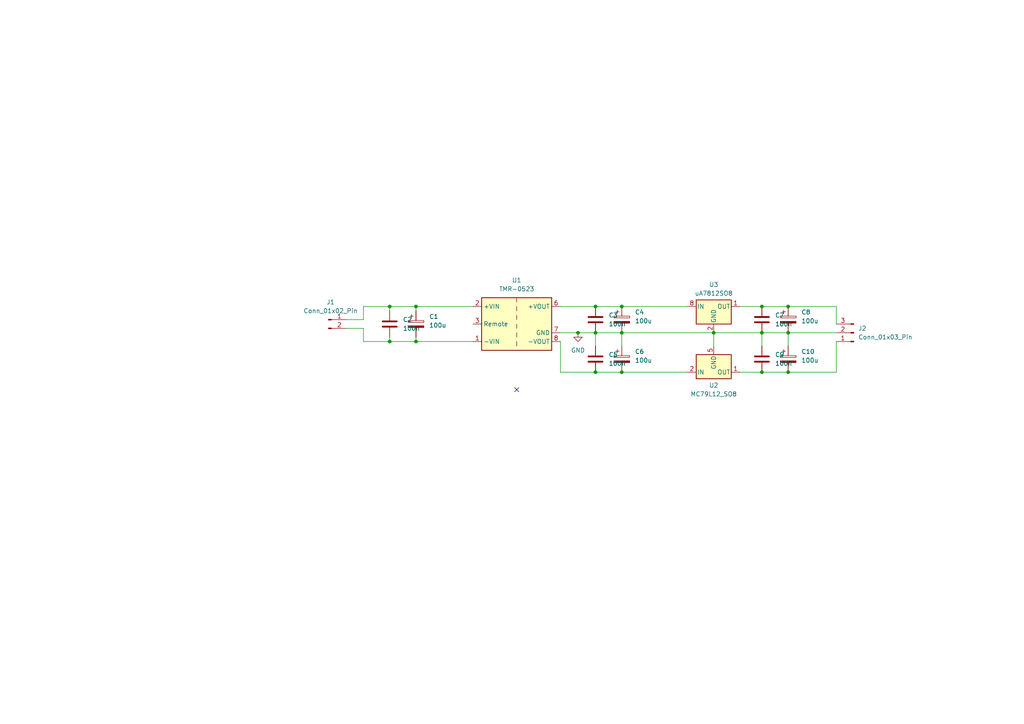
<source format=kicad_sch>
(kicad_sch (version 20231120) (generator "eeschema") (generator_version "8.0")
  (paper "A4")
  (lib_symbols
    (symbol "Connector:Conn_01x02_Pin" (pin_names (offset 1.016) hide)
      (property "Reference" "J" (at 0 2.54 0))
      (property "Value" "Conn_01x02_Pin" (at 0 -5.08 0))
      (symbol "Conn_01x02_Pin_1_1"
        (polyline (pts (xy 1.27 -2.54) (xy 0.8636 -2.54)) (stroke (width 0.1524)))
        (polyline (pts (xy 1.27 0) (xy 0.8636 0)) (stroke (width 0.1524)))
        (rectangle (start 0.8636 -2.413) (end 0 -2.667) (stroke (width 0.1524)) (fill (type outline)))
        (rectangle (start 0.8636 0.127) (end 0 -0.127) (stroke (width 0.1524)) (fill (type outline)))
        (pin passive line (at 5.08 0 180) (length 3.81) (name "Pin_1") (number "1"))
        (pin passive line (at 5.08 -2.54 180) (length 3.81) (name "Pin_2") (number "2"))
      )
    )
    (symbol "Connector:Conn_01x03_Pin" (pin_names (offset 1.016) hide)
      (property "Reference" "J" (at 0 5.08 0))
      (property "Value" "Conn_01x03_Pin" (at 0 -5.08 0))
      (symbol "Conn_01x03_Pin_1_1"
        (polyline (pts (xy 1.27 -2.54) (xy 0.8636 -2.54)) (stroke (width 0.1524)))
        (polyline (pts (xy 1.27 0) (xy 0.8636 0)) (stroke (width 0.1524)))
        (polyline (pts (xy 1.27 2.54) (xy 0.8636 2.54)) (stroke (width 0.1524)))
        (rectangle (start 0.8636 -2.413) (end 0 -2.667) (stroke (width 0.1524)) (fill (type outline)))
        (rectangle (start 0.8636 0.127) (end 0 -0.127) (stroke (width 0.1524)) (fill (type outline)))
        (rectangle (start 0.8636 2.667) (end 0 2.413) (stroke (width 0.1524)) (fill (type outline)))
        (pin passive line (at 5.08 2.54 180) (length 3.81) (name "Pin_1") (number "1"))
        (pin passive line (at 5.08 0 180) (length 3.81) (name "Pin_2") (number "2"))
        (pin passive line (at 5.08 -2.54 180) (length 3.81) (name "Pin_3") (number "3"))
      )
    )
    (symbol "Device:C" (pin_numbers hide) (pin_names (offset 0.254))
      (property "Reference" "C" (at 0.635 2.54 0))
      (property "Value" "C" (at 0.635 -2.54 0))
      (symbol "C_0_1"
        (polyline (pts (xy -2.032 -0.762) (xy 2.032 -0.762)) (stroke (width 0.508)))
        (polyline (pts (xy -2.032 0.762) (xy 2.032 0.762)) (stroke (width 0.508)))
      )
      (symbol "C_1_1"
        (pin passive line (at 0 3.81 270) (length 2.794) (name "~") (number "1"))
        (pin passive line (at 0 -3.81 90) (length 2.794) (name "~") (number "2"))
      )
    )
    (symbol "Device:C_Polarized" (pin_numbers hide) (pin_names (offset 0.254))
      (property "Reference" "C" (at 0.635 2.54 0))
      (property "Value" "C_Polarized" (at 0.635 -2.54 0))
      (symbol "C_Polarized_0_1"
        (rectangle (start -2.286 0.508) (end 2.286 1.016))
        (polyline (pts (xy -1.778 2.286) (xy -0.762 2.286)))
        (polyline (pts (xy -1.27 2.794) (xy -1.27 1.778)))
        (rectangle (start 2.286 -0.508) (end -2.286 -1.016) (fill (type outline)))
      )
      (symbol "C_Polarized_1_1"
        (pin passive line (at 0 3.81 270) (length 2.794) (name "~") (number "1"))
        (pin passive line (at 0 -3.81 90) (length 2.794) (name "~") (number "2"))
      )
    )
    (symbol "Regulator_Linear:MC79L12_SO8" (pin_names (offset 0.254))
      (property "Reference" "U" (at -3.81 -3.175 0))
      (property "Value" "MC79L12_SO8" (at 0 -3.175 0))
      (symbol "MC79L12_SO8_0_1"
        (rectangle (start -5.08 5.08) (end 5.08 -1.905) (stroke (width 0.254)) (fill (type background)))
      )
      (symbol "MC79L12_SO8_1_1"
        (pin power_out line (at 7.62 0 180) (length 2.54) (name "OUT") (number "1"))
        (pin power_in line (at -7.62 0 0) (length 2.54) (name "IN") (number "2"))
        (pin passive line (at -7.62 0 0) (length 2.54) hide (name "IN") (number "3"))
        (pin no_connect line (at 5.08 2.54 180) (length 2.54) hide (name "NC") (number "4"))
        (pin power_in line (at 0 7.62 270) (length 2.54) (name "GND") (number "5"))
        (pin passive line (at -7.62 0 0) (length 2.54) hide (name "IN") (number "6"))
        (pin passive line (at -7.62 0 0) (length 2.54) hide (name "IN") (number "7"))
        (pin no_connect line (at -5.08 2.54 0) (length 2.54) hide (name "NC") (number "8"))
      )
    )
    (symbol "Regulator_Linear:uA7812" (pin_names (offset 0.254))
      (property "Reference" "U3" (at 0 6.35 0))
      (property "Value" "uA7812SO8" (at 0 3.81 0))
      (symbol "uA7812_0_1"
        (rectangle (start -5.08 1.905) (end 5.08 -5.08) (stroke (width 0.254)) (fill (type background)))
      )
      (symbol "uA7812_1_1"
        (pin power_out line (at 7.62 0 180) (length 2.54) (name "OUT") (number "1"))
        (pin power_in line (at 0 -7.62 90) (length 2.54) (name "GND") (number "2"))
        (pin power_in line (at -7.62 0 0) (length 2.54) (name "IN") (number "8"))
      )
    )
    (symbol "js_lib:TMR-0523"
      (property "Reference" "U" (at -8.89 8.89 0))
      (property "Value" "TMR-0523" (at 10.16 8.89 0))
      (symbol "TMR-0523_0_1"
        (rectangle (start -10.16 7.62) (end 10.16 -7.62) (stroke (width 0.254)) (fill (type background)))
        (polyline (pts (xy 0 -5.08) (xy 0 -6.35)))
        (polyline (pts (xy 0 -2.54) (xy 0 -3.81)))
        (polyline (pts (xy 0 0) (xy 0 -1.27)))
        (polyline (pts (xy 0 2.54) (xy 0 1.27)))
        (polyline (pts (xy 0 5.08) (xy 0 3.81)))
        (polyline (pts (xy 0 7.62) (xy 0 6.35)))
      )
      (symbol "TMR-0523_1_1"
        (pin power_in line (at -12.7 -5.08 0) (length 2.54) (name "-VIN") (number "1"))
        (pin power_in line (at -12.7 5.08 0) (length 2.54) (name "+VIN") (number "2"))
        (pin input line (at -12.7 0 0) (length 2.54) (name "Remote") (number "3"))
        (pin no_connect line (at 10.16 2.54 180) (length 2.54) hide (name "NC") (number "5"))
        (pin power_out line (at 12.7 5.08 180) (length 2.54) (name "+VOUT") (number "6"))
        (pin power_out line (at 12.7 -2.54 180) (length 2.54) (name "GND") (number "7"))
        (pin power_out line (at 12.7 -5.08 180) (length 2.54) (name "-VOUT") (number "8"))
        (pin no_connect line (at 10.16 0 180) (length 2.54) hide (name "NC") (number "8"))
      )
    )
    (symbol "power:GND" (power) (pin_numbers hide) (pin_names (offset 0) hide)
      (property "Value" "GND" (at 0 -3.81 0))
      (symbol "GND_0_1"
        (polyline (pts (xy 0 0) (xy 0 -1.27) (xy 1.27 -1.27) (xy 0 -2.54) (xy -1.27 -1.27) (xy 0 -1.27)))
      )
      (symbol "GND_1_1"
        (pin power_in line (at 0 0 270) (length 0) (name "~") (number "1"))
      )
    )
  )
  (junction (at 180.34 88.9))
  (junction (at 113.03 99.06))
  (junction (at 120.65 88.9))
  (junction (at 180.34 96.52))
  (junction (at 120.65 99.06))
  (junction (at 220.98 96.52))
  (junction (at 180.34 107.95))
  (junction (at 172.72 96.52))
  (junction (at 228.6 96.52))
  (junction (at 167.64 96.52))
  (junction (at 113.03 88.9))
  (junction (at 228.6 88.9))
  (junction (at 220.98 107.95))
  (junction (at 172.72 107.95))
  (junction (at 172.72 88.9))
  (junction (at 228.6 107.95))
  (junction (at 207.01 96.52))
  (junction (at 220.98 88.9))
  (no_connect (at 149.86 113.03))
  (wire (pts (xy 172.72 107.95) (xy 180.34 107.95)))
  (wire (pts (xy 220.98 107.95) (xy 228.6 107.95)))
  (wire (pts (xy 113.03 88.9) (xy 113.03 90.17)))
  (wire (pts (xy 167.64 96.52) (xy 172.72 96.52)))
  (wire (pts (xy 120.65 97.79) (xy 120.65 99.06)))
  (wire (pts (xy 105.41 99.06) (xy 113.03 99.06)))
  (wire (pts (xy 162.56 107.95) (xy 172.72 107.95)))
  (wire (pts (xy 100.33 95.25) (xy 105.41 95.25)))
  (wire (pts (xy 207.01 96.52) (xy 220.98 96.52)))
  (wire (pts (xy 180.34 96.52) (xy 180.34 100.33)))
  (wire (pts (xy 120.65 99.06) (xy 137.16 99.06)))
  (wire (pts (xy 120.65 88.9) (xy 120.65 90.17)))
  (wire (pts (xy 220.98 88.9) (xy 228.6 88.9)))
  (wire (pts (xy 172.72 88.9) (xy 180.34 88.9)))
  (wire (pts (xy 113.03 88.9) (xy 105.41 88.9)))
  (wire (pts (xy 172.72 96.52) (xy 172.72 100.33)))
  (wire (pts (xy 105.41 95.25) (xy 105.41 99.06)))
  (wire (pts (xy 242.57 107.95) (xy 242.57 99.06)))
  (wire (pts (xy 120.65 88.9) (xy 113.03 88.9)))
  (wire (pts (xy 228.6 96.52) (xy 242.57 96.52)))
  (wire (pts (xy 214.63 107.95) (xy 220.98 107.95)))
  (wire (pts (xy 105.41 88.9) (xy 105.41 92.71)))
  (wire (pts (xy 228.6 88.9) (xy 242.57 88.9)))
  (wire (pts (xy 228.6 107.95) (xy 242.57 107.95)))
  (wire (pts (xy 220.98 96.52) (xy 220.98 100.33)))
  (wire (pts (xy 137.16 88.9) (xy 120.65 88.9)))
  (wire (pts (xy 100.33 92.71) (xy 105.41 92.71)))
  (wire (pts (xy 162.56 96.52) (xy 167.64 96.52)))
  (wire (pts (xy 113.03 97.79) (xy 113.03 99.06)))
  (wire (pts (xy 180.34 96.52) (xy 207.01 96.52)))
  (wire (pts (xy 113.03 99.06) (xy 120.65 99.06)))
  (wire (pts (xy 228.6 96.52) (xy 228.6 100.33)))
  (wire (pts (xy 180.34 88.9) (xy 199.39 88.9)))
  (wire (pts (xy 172.72 96.52) (xy 180.34 96.52)))
  (wire (pts (xy 207.01 96.52) (xy 207.01 100.33)))
  (wire (pts (xy 180.34 107.95) (xy 199.39 107.95)))
  (wire (pts (xy 220.98 96.52) (xy 228.6 96.52)))
  (wire (pts (xy 214.63 88.9) (xy 220.98 88.9)))
  (wire (pts (xy 242.57 88.9) (xy 242.57 93.98)))
  (wire (pts (xy 162.56 88.9) (xy 172.72 88.9)))
  (wire (pts (xy 162.56 99.06) (xy 162.56 107.95)))
  (symbol (lib_id "Device:C_Polarized") (at 228.6 104.14 0) (unit 1)
    (property "Reference" "C10" (at 232.41 101.9809 0) (effects (justify left)))
    (property "Value" "100u" (at 232.41 104.5209 0) (effects (justify left)))
    (property "Footprint" "Capacitor_THT:CP_Radial_D6.3mm_P2.50mm" (effects (hide yes)))
    (property "Description" "Polarized capacitor" (effects (hide yes)))
  )
  (symbol (lib_id "Connector:Conn_01x03_Pin") (at 247.65 96.52 180) (unit 1)
    (property "Reference" "J2" (at 248.92 95.2499 0) (effects (justify right)))
    (property "Value" "Conn_01x03_Pin" (at 248.92 97.7899 0) (effects (justify right)))
    (property "Footprint" "Connector_PinHeader_2.54mm:PinHeader_1x03_P2.54mm_Vertical" (effects (hide yes)))
    (property "Description" "Generic connector, single row, 01x03, script generated" (effects (hide yes)))
  )
  (symbol (lib_id "Device:C") (at 220.98 92.71 0) (unit 1)
    (property "Reference" "C7" (at 224.79 91.4399 0) (effects (justify left)))
    (property "Value" "100n" (at 224.79 93.9799 0) (effects (justify left)))
    (property "Footprint" "Capacitor_SMD:C_1206_3216Metric" (effects (hide yes)))
    (property "Description" "Unpolarized capacitor" (effects (hide yes)))
  )
  (symbol (lib_id "Device:C_Polarized") (at 228.6 92.71 0) (unit 1)
    (property "Reference" "C8" (at 232.41 90.5509 0) (effects (justify left)))
    (property "Value" "100u" (at 232.41 93.0909 0) (effects (justify left)))
    (property "Footprint" "Capacitor_THT:CP_Radial_D6.3mm_P2.50mm" (effects (hide yes)))
    (property "Description" "Polarized capacitor" (effects (hide yes)))
  )
  (symbol (lib_id "Device:C_Polarized") (at 120.65 93.98 0) (unit 1)
    (property "Reference" "C1" (at 124.46 91.8209 0) (effects (justify left)))
    (property "Value" "100u" (at 124.46 94.3609 0) (effects (justify left)))
    (property "Footprint" "Capacitor_THT:CP_Radial_D6.3mm_P2.50mm" (effects (hide yes)))
    (property "Description" "Polarized capacitor" (effects (hide yes)))
  )
  (symbol (lib_id "power:GND") (at 167.64 96.52 0) (unit 1)
    (property "Reference" "#PWR01" (effects (hide yes)))
    (property "Value" "GND" (at 167.64 101.6 0))
    (property "Description" "Power symbol creates a global label with name \"GND\" , ground" (effects (hide yes)))
  )
  (symbol (lib_id "Connector:Conn_01x02_Pin") (at 95.25 92.71 0) (unit 1)
    (property "Reference" "J1" (at 95.885 87.63 0))
    (property "Value" "Conn_01x02_Pin" (at 95.885 90.17 0))
    (property "Footprint" "Connector_PinHeader_2.54mm:PinHeader_1x02_P2.54mm_Vertical" (effects (hide yes)))
    (property "Description" "Generic connector, single row, 01x02, script generated" (effects (hide yes)))
  )
  (symbol (lib_id "Regulator_Linear:MC79L12_SO8") (at 207.01 107.95 0) (unit 1)
    (property "Reference" "U2" (at 207.01 111.76 0))
    (property "Value" "MC79L12_SO8" (at 207.01 114.3 0))
    (property "Footprint" "Package_SO:SOIC-8_3.9x4.9mm_P1.27mm" (effects (hide yes)))
    (property "Datasheet" "http://www.ti.com/lit/ds/symlink/lm79l.pdf" (effects (hide yes)))
    (property "Description" "Negative 100mA -35V Linear Regulator, Fixed Output -12V, SO-8" (effects (hide yes)))
  )
  (symbol (lib_id "Device:C_Polarized") (at 180.34 104.14 0) (unit 1)
    (property "Reference" "C6" (at 184.15 101.9809 0) (effects (justify left)))
    (property "Value" "100u" (at 184.15 104.5209 0) (effects (justify left)))
    (property "Footprint" "Capacitor_THT:CP_Radial_D6.3mm_P2.50mm" (effects (hide yes)))
    (property "Description" "Polarized capacitor" (effects (hide yes)))
  )
  (symbol (lib_id "js_lib:TMR-0523") (at 149.86 93.98 0) (unit 1)
    (property "Reference" "U1" (at 149.86 81.28 0))
    (property "Value" "TMR-0523" (at 149.86 83.82 0))
    (property "Footprint" "Converter_DCDC:Converter_DCDC_TRACO_TMR-xxxx_THT" (effects (hide yes)))
    (property "Datasheet" "https://www.tracopower.com/products/tmr2.pdf" (effects (hide yes)))
    (property "Description" "500mA Regulated 2W DC/DC converter with 1.5kV isolation, 4.5V-9V input, 3.3V fixed Output Voltage, SIP-8" (effects (hide yes)))
  )
  (symbol (lib_id "Device:C") (at 220.98 104.14 0) (unit 1)
    (property "Reference" "C9" (at 224.79 102.8699 0) (effects (justify left)))
    (property "Value" "100n" (at 224.79 105.4099 0) (effects (justify left)))
    (property "Footprint" "Capacitor_SMD:C_1206_3216Metric" (effects (hide yes)))
    (property "Description" "Unpolarized capacitor" (effects (hide yes)))
  )
  (symbol (lib_id "Device:C") (at 172.72 92.71 0) (unit 1)
    (property "Reference" "C3" (at 176.53 91.4399 0) (effects (justify left)))
    (property "Value" "100n" (at 176.53 93.9799 0) (effects (justify left)))
    (property "Footprint" "Capacitor_SMD:C_1206_3216Metric" (effects (hide yes)))
    (property "Description" "Unpolarized capacitor" (effects (hide yes)))
  )
  (symbol (lib_id "Device:C_Polarized") (at 180.34 92.71 0) (unit 1)
    (property "Reference" "C4" (at 184.15 90.5509 0) (effects (justify left)))
    (property "Value" "100u" (at 184.15 93.0909 0) (effects (justify left)))
    (property "Footprint" "Capacitor_THT:CP_Radial_D6.3mm_P2.50mm" (effects (hide yes)))
    (property "Description" "Polarized capacitor" (effects (hide yes)))
  )
  (symbol (lib_id "Device:C") (at 113.03 93.98 0) (unit 1)
    (property "Reference" "C2" (at 116.84 92.7099 0) (effects (justify left)))
    (property "Value" "100n" (at 116.84 95.2499 0) (effects (justify left)))
    (property "Footprint" "Capacitor_SMD:C_1206_3216Metric" (effects (hide yes)))
    (property "Description" "Unpolarized capacitor" (effects (hide yes)))
  )
  (symbol (lib_id "Device:C") (at 172.72 104.14 0) (unit 1)
    (property "Reference" "C5" (at 176.53 102.8699 0) (effects (justify left)))
    (property "Value" "100n" (at 176.53 105.4099 0) (effects (justify left)))
    (property "Footprint" "Capacitor_SMD:C_1206_3216Metric" (effects (hide yes)))
    (property "Description" "Unpolarized capacitor" (effects (hide yes)))
  )
  (symbol (lib_id "Regulator_Linear:uA7812") (at 207.01 88.9 0) (unit 1)
    (property "Reference" "U3" (at 207.01 82.55 0))
    (property "Value" "uA7812SO8" (at 207.01 85.09 0))
    (property "Footprint" "Package_SO:SO-8_3.9x4.9mm_P1.27mm" (effects (hide yes)))
    (property "Datasheet" "http://www.ti.com/lit/ds/symlink/ua78.pdf" (effects (hide yes)))
    (property "Description" "Positive 1A 35V Linear Regulator, Fixed Output 12V, TO-220/TO-263" (effects (hide yes)))
  )
)
</source>
